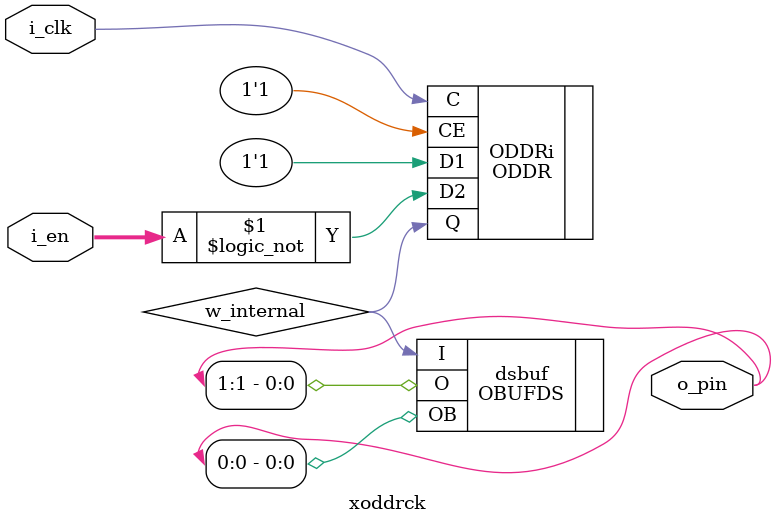
<source format=v>
module	xoddrck(i_clk, i_en, o_pin);
	input	wire		i_clk;
	input	wire [1:0]	i_en;
	output	wire [1:0]	o_pin;

	wire	w_internal;

	ODDR #(
		.DDR_CLK_EDGE("SAME_EDGE"),
		.INIT(1'b0),
		.SRTYPE("SYNC")
	) ODDRi(
		.Q(w_internal),
		.C(i_clk),
		.CE(1'b1),
		.D1(1'b1),	// Negative clock edge (goes first)
		.D2(!i_en));	// Positive clock edge

	OBUFDS dsbuf(.I(w_internal), .O(o_pin[1]), .OB(o_pin[0]));

endmodule

</source>
